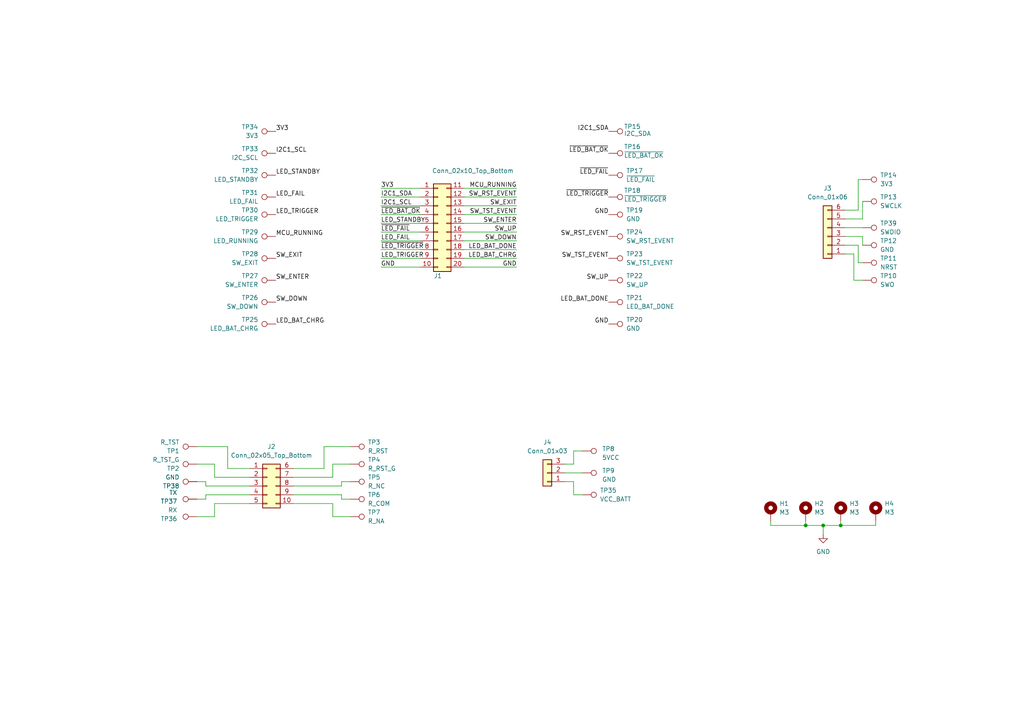
<source format=kicad_sch>
(kicad_sch (version 20230121) (generator eeschema)
  (paper "A4")
  (lib_symbols
    (symbol "Connector:TestPoint" (pin_numbers hide) (pin_names (offset 0.762) hide)
      (property "Reference" "TP" (at 0 6.858 0))
      (property "Value" "TestPoint" (at 0 5.08 0))
      (symbol "TestPoint_0_1"
        (circle (center 0 3.302) (radius 0.762))
      )
      (symbol "TestPoint_1_1"
        (pin passive line (at 0 0 90) (length 2.54) (name "1") (number "1"))
      )
    )
    (symbol "Connector_Generic:Conn_01x03" (pin_names (offset 1.016) hide)
      (property "Reference" "J" (at 0 5.08 0))
      (property "Value" "Conn_01x03" (at 0 -5.08 0))
      (symbol "Conn_01x03_1_1"
        (rectangle (start -1.27 -2.413) (end 0 -2.667) (stroke (width 0.1524)))
        (rectangle (start -1.27 0.127) (end 0 -0.127) (stroke (width 0.1524)))
        (rectangle (start -1.27 2.667) (end 0 2.413) (stroke (width 0.1524)))
        (rectangle (start -1.27 3.81) (end 1.27 -3.81) (stroke (width 0.254)) (fill (type background)))
        (pin passive line (at -5.08 2.54 0) (length 3.81) (name "Pin_1") (number "1"))
        (pin passive line (at -5.08 0 0) (length 3.81) (name "Pin_2") (number "2"))
        (pin passive line (at -5.08 -2.54 0) (length 3.81) (name "Pin_3") (number "3"))
      )
    )
    (symbol "Connector_Generic:Conn_01x06" (pin_names (offset 1.016) hide)
      (property "Reference" "J" (at 0 7.62 0))
      (property "Value" "Conn_01x06" (at 0 -10.16 0))
      (symbol "Conn_01x06_1_1"
        (rectangle (start -1.27 -7.493) (end 0 -7.747) (stroke (width 0.1524)))
        (rectangle (start -1.27 -4.953) (end 0 -5.207) (stroke (width 0.1524)))
        (rectangle (start -1.27 -2.413) (end 0 -2.667) (stroke (width 0.1524)))
        (rectangle (start -1.27 0.127) (end 0 -0.127) (stroke (width 0.1524)))
        (rectangle (start -1.27 2.667) (end 0 2.413) (stroke (width 0.1524)))
        (rectangle (start -1.27 5.207) (end 0 4.953) (stroke (width 0.1524)))
        (rectangle (start -1.27 6.35) (end 1.27 -8.89) (stroke (width 0.254)) (fill (type background)))
        (pin passive line (at -5.08 5.08 0) (length 3.81) (name "Pin_1") (number "1"))
        (pin passive line (at -5.08 2.54 0) (length 3.81) (name "Pin_2") (number "2"))
        (pin passive line (at -5.08 0 0) (length 3.81) (name "Pin_3") (number "3"))
        (pin passive line (at -5.08 -2.54 0) (length 3.81) (name "Pin_4") (number "4"))
        (pin passive line (at -5.08 -5.08 0) (length 3.81) (name "Pin_5") (number "5"))
        (pin passive line (at -5.08 -7.62 0) (length 3.81) (name "Pin_6") (number "6"))
      )
    )
    (symbol "Connector_Generic:Conn_02x05_Top_Bottom" (pin_names (offset 1.016) hide)
      (property "Reference" "J" (at 1.27 7.62 0))
      (property "Value" "Conn_02x05_Top_Bottom" (at 1.27 -7.62 0))
      (symbol "Conn_02x05_Top_Bottom_1_1"
        (rectangle (start -1.27 -4.953) (end 0 -5.207) (stroke (width 0.1524)))
        (rectangle (start -1.27 -2.413) (end 0 -2.667) (stroke (width 0.1524)))
        (rectangle (start -1.27 0.127) (end 0 -0.127) (stroke (width 0.1524)))
        (rectangle (start -1.27 2.667) (end 0 2.413) (stroke (width 0.1524)))
        (rectangle (start -1.27 5.207) (end 0 4.953) (stroke (width 0.1524)))
        (rectangle (start -1.27 6.35) (end 3.81 -6.35) (stroke (width 0.254)) (fill (type background)))
        (rectangle (start 3.81 -4.953) (end 2.54 -5.207) (stroke (width 0.1524)))
        (rectangle (start 3.81 -2.413) (end 2.54 -2.667) (stroke (width 0.1524)))
        (rectangle (start 3.81 0.127) (end 2.54 -0.127) (stroke (width 0.1524)))
        (rectangle (start 3.81 2.667) (end 2.54 2.413) (stroke (width 0.1524)))
        (rectangle (start 3.81 5.207) (end 2.54 4.953) (stroke (width 0.1524)))
        (pin passive line (at -5.08 5.08 0) (length 3.81) (name "Pin_1") (number "1"))
        (pin passive line (at 7.62 -5.08 180) (length 3.81) (name "Pin_10") (number "10"))
        (pin passive line (at -5.08 2.54 0) (length 3.81) (name "Pin_2") (number "2"))
        (pin passive line (at -5.08 0 0) (length 3.81) (name "Pin_3") (number "3"))
        (pin passive line (at -5.08 -2.54 0) (length 3.81) (name "Pin_4") (number "4"))
        (pin passive line (at -5.08 -5.08 0) (length 3.81) (name "Pin_5") (number "5"))
        (pin passive line (at 7.62 5.08 180) (length 3.81) (name "Pin_6") (number "6"))
        (pin passive line (at 7.62 2.54 180) (length 3.81) (name "Pin_7") (number "7"))
        (pin passive line (at 7.62 0 180) (length 3.81) (name "Pin_8") (number "8"))
        (pin passive line (at 7.62 -2.54 180) (length 3.81) (name "Pin_9") (number "9"))
      )
    )
    (symbol "Connector_Generic:Conn_02x10_Top_Bottom" (pin_names (offset 1.016) hide)
      (property "Reference" "J" (at 1.27 12.7 0))
      (property "Value" "Conn_02x10_Top_Bottom" (at 1.27 -15.24 0))
      (symbol "Conn_02x10_Top_Bottom_1_1"
        (rectangle (start -1.27 -12.573) (end 0 -12.827) (stroke (width 0.1524)))
        (rectangle (start -1.27 -10.033) (end 0 -10.287) (stroke (width 0.1524)))
        (rectangle (start -1.27 -7.493) (end 0 -7.747) (stroke (width 0.1524)))
        (rectangle (start -1.27 -4.953) (end 0 -5.207) (stroke (width 0.1524)))
        (rectangle (start -1.27 -2.413) (end 0 -2.667) (stroke (width 0.1524)))
        (rectangle (start -1.27 0.127) (end 0 -0.127) (stroke (width 0.1524)))
        (rectangle (start -1.27 2.667) (end 0 2.413) (stroke (width 0.1524)))
        (rectangle (start -1.27 5.207) (end 0 4.953) (stroke (width 0.1524)))
        (rectangle (start -1.27 7.747) (end 0 7.493) (stroke (width 0.1524)))
        (rectangle (start -1.27 10.287) (end 0 10.033) (stroke (width 0.1524)))
        (rectangle (start -1.27 11.43) (end 3.81 -13.97) (stroke (width 0.254)) (fill (type background)))
        (rectangle (start 3.81 -12.573) (end 2.54 -12.827) (stroke (width 0.1524)))
        (rectangle (start 3.81 -10.033) (end 2.54 -10.287) (stroke (width 0.1524)))
        (rectangle (start 3.81 -7.493) (end 2.54 -7.747) (stroke (width 0.1524)))
        (rectangle (start 3.81 -4.953) (end 2.54 -5.207) (stroke (width 0.1524)))
        (rectangle (start 3.81 -2.413) (end 2.54 -2.667) (stroke (width 0.1524)))
        (rectangle (start 3.81 0.127) (end 2.54 -0.127) (stroke (width 0.1524)))
        (rectangle (start 3.81 2.667) (end 2.54 2.413) (stroke (width 0.1524)))
        (rectangle (start 3.81 5.207) (end 2.54 4.953) (stroke (width 0.1524)))
        (rectangle (start 3.81 7.747) (end 2.54 7.493) (stroke (width 0.1524)))
        (rectangle (start 3.81 10.287) (end 2.54 10.033) (stroke (width 0.1524)))
        (pin passive line (at -5.08 10.16 0) (length 3.81) (name "Pin_1") (number "1"))
        (pin passive line (at -5.08 -12.7 0) (length 3.81) (name "Pin_10") (number "10"))
        (pin passive line (at 7.62 10.16 180) (length 3.81) (name "Pin_11") (number "11"))
        (pin passive line (at 7.62 7.62 180) (length 3.81) (name "Pin_12") (number "12"))
        (pin passive line (at 7.62 5.08 180) (length 3.81) (name "Pin_13") (number "13"))
        (pin passive line (at 7.62 2.54 180) (length 3.81) (name "Pin_14") (number "14"))
        (pin passive line (at 7.62 0 180) (length 3.81) (name "Pin_15") (number "15"))
        (pin passive line (at 7.62 -2.54 180) (length 3.81) (name "Pin_16") (number "16"))
        (pin passive line (at 7.62 -5.08 180) (length 3.81) (name "Pin_17") (number "17"))
        (pin passive line (at 7.62 -7.62 180) (length 3.81) (name "Pin_18") (number "18"))
        (pin passive line (at 7.62 -10.16 180) (length 3.81) (name "Pin_19") (number "19"))
        (pin passive line (at -5.08 7.62 0) (length 3.81) (name "Pin_2") (number "2"))
        (pin passive line (at 7.62 -12.7 180) (length 3.81) (name "Pin_20") (number "20"))
        (pin passive line (at -5.08 5.08 0) (length 3.81) (name "Pin_3") (number "3"))
        (pin passive line (at -5.08 2.54 0) (length 3.81) (name "Pin_4") (number "4"))
        (pin passive line (at -5.08 0 0) (length 3.81) (name "Pin_5") (number "5"))
        (pin passive line (at -5.08 -2.54 0) (length 3.81) (name "Pin_6") (number "6"))
        (pin passive line (at -5.08 -5.08 0) (length 3.81) (name "Pin_7") (number "7"))
        (pin passive line (at -5.08 -7.62 0) (length 3.81) (name "Pin_8") (number "8"))
        (pin passive line (at -5.08 -10.16 0) (length 3.81) (name "Pin_9") (number "9"))
      )
    )
    (symbol "Mechanical:MountingHole_Pad" (pin_numbers hide) (pin_names (offset 1.016) hide)
      (property "Reference" "H" (at 0 6.35 0))
      (property "Value" "MountingHole_Pad" (at 0 4.445 0))
      (symbol "MountingHole_Pad_0_1"
        (circle (center 0 1.27) (radius 1.27) (stroke (width 1.27)))
      )
      (symbol "MountingHole_Pad_1_1"
        (pin input line (at 0 -2.54 90) (length 2.54) (name "1") (number "1"))
      )
    )
    (symbol "power:GND" (power) (pin_names (offset 0))
      (property "Value" "GND" (at 0 -3.81 0))
      (symbol "GND_0_1"
        (polyline (pts (xy 0 0) (xy 0 -1.27) (xy 1.27 -1.27) (xy 0 -2.54) (xy -1.27 -1.27) (xy 0 -1.27)))
      )
      (symbol "GND_1_1"
        (pin power_in line (at 0 0 270) (length 0) hide (name "GND") (number "1"))
      )
    )
  )
  (junction (at 238.76 152.4))
  (junction (at 233.68 152.4))
  (junction (at 243.84 152.4))
  (wire (pts (xy 149.86 57.15) (xy 134.62 57.15)))
  (wire (pts (xy 248.92 60.96) (xy 245.11 60.96)))
  (wire (pts (xy 57.15 144.78) (xy 59.69 144.78)))
  (wire (pts (xy 96.52 146.05) (xy 96.52 149.86)))
  (wire (pts (xy 93.98 135.89) (xy 93.98 129.54)))
  (wire (pts (xy 110.49 57.15) (xy 121.92 57.15)))
  (wire (pts (xy 110.49 54.61) (xy 121.92 54.61)))
  (wire (pts (xy 223.52 151.13) (xy 223.52 152.4)))
  (wire (pts (xy 166.37 143.51) (xy 168.91 143.51)))
  (wire (pts (xy 245.11 66.04) (xy 250.19 66.04)))
  (wire (pts (xy 166.37 134.62) (xy 166.37 130.81)))
  (wire (pts (xy 134.62 74.93) (xy 149.86 74.93)))
  (wire (pts (xy 59.69 144.78) (xy 59.69 143.51)))
  (wire (pts (xy 223.52 152.4) (xy 233.68 152.4)))
  (wire (pts (xy 96.52 149.86) (xy 101.6 149.86)))
  (wire (pts (xy 99.06 144.78) (xy 101.6 144.78)))
  (wire (pts (xy 247.65 73.66) (xy 247.65 81.28)))
  (wire (pts (xy 149.86 77.47) (xy 134.62 77.47)))
  (wire (pts (xy 149.86 62.23) (xy 134.62 62.23)))
  (wire (pts (xy 85.09 135.89) (xy 93.98 135.89)))
  (wire (pts (xy 85.09 146.05) (xy 96.52 146.05)))
  (wire (pts (xy 233.68 152.4) (xy 238.76 152.4)))
  (wire (pts (xy 243.84 151.13) (xy 243.84 152.4)))
  (wire (pts (xy 121.92 72.39) (xy 110.49 72.39)))
  (wire (pts (xy 99.06 140.97) (xy 99.06 139.7)))
  (wire (pts (xy 110.49 77.47) (xy 121.92 77.47)))
  (wire (pts (xy 110.49 69.85) (xy 121.92 69.85)))
  (wire (pts (xy 99.06 143.51) (xy 99.06 144.78)))
  (wire (pts (xy 250.19 63.5) (xy 245.11 63.5)))
  (wire (pts (xy 248.92 71.12) (xy 248.92 76.2)))
  (wire (pts (xy 62.23 146.05) (xy 72.39 146.05)))
  (wire (pts (xy 245.11 71.12) (xy 248.92 71.12)))
  (wire (pts (xy 250.19 52.07) (xy 248.92 52.07)))
  (wire (pts (xy 85.09 140.97) (xy 99.06 140.97)))
  (wire (pts (xy 96.52 138.43) (xy 96.52 134.62)))
  (wire (pts (xy 166.37 139.7) (xy 166.37 143.51)))
  (wire (pts (xy 149.86 67.31) (xy 134.62 67.31)))
  (wire (pts (xy 110.49 64.77) (xy 121.92 64.77)))
  (wire (pts (xy 245.11 73.66) (xy 247.65 73.66)))
  (wire (pts (xy 62.23 138.43) (xy 72.39 138.43)))
  (wire (pts (xy 59.69 143.51) (xy 72.39 143.51)))
  (wire (pts (xy 99.06 139.7) (xy 101.6 139.7)))
  (wire (pts (xy 163.83 137.16) (xy 168.91 137.16)))
  (wire (pts (xy 96.52 134.62) (xy 101.6 134.62)))
  (wire (pts (xy 85.09 143.51) (xy 99.06 143.51)))
  (wire (pts (xy 238.76 152.4) (xy 243.84 152.4)))
  (wire (pts (xy 163.83 139.7) (xy 166.37 139.7)))
  (wire (pts (xy 93.98 129.54) (xy 101.6 129.54)))
  (wire (pts (xy 245.11 68.58) (xy 250.19 68.58)))
  (wire (pts (xy 134.62 69.85) (xy 149.86 69.85)))
  (wire (pts (xy 233.68 151.13) (xy 233.68 152.4)))
  (wire (pts (xy 59.69 140.97) (xy 59.69 139.7)))
  (wire (pts (xy 149.86 72.39) (xy 134.62 72.39)))
  (wire (pts (xy 110.49 59.69) (xy 121.92 59.69)))
  (wire (pts (xy 72.39 140.97) (xy 59.69 140.97)))
  (wire (pts (xy 110.49 62.23) (xy 121.92 62.23)))
  (wire (pts (xy 250.19 68.58) (xy 250.19 71.12)))
  (wire (pts (xy 85.09 138.43) (xy 96.52 138.43)))
  (wire (pts (xy 57.15 134.62) (xy 62.23 134.62)))
  (wire (pts (xy 134.62 59.69) (xy 149.86 59.69)))
  (wire (pts (xy 248.92 76.2) (xy 250.19 76.2)))
  (wire (pts (xy 248.92 52.07) (xy 248.92 60.96)))
  (wire (pts (xy 243.84 152.4) (xy 254 152.4)))
  (wire (pts (xy 59.69 139.7) (xy 57.15 139.7)))
  (wire (pts (xy 110.49 74.93) (xy 121.92 74.93)))
  (wire (pts (xy 166.37 130.81) (xy 168.91 130.81)))
  (wire (pts (xy 66.04 135.89) (xy 72.39 135.89)))
  (wire (pts (xy 66.04 129.54) (xy 66.04 135.89)))
  (wire (pts (xy 250.19 58.42) (xy 250.19 63.5)))
  (wire (pts (xy 163.83 134.62) (xy 166.37 134.62)))
  (wire (pts (xy 247.65 81.28) (xy 250.19 81.28)))
  (wire (pts (xy 62.23 149.86) (xy 62.23 146.05)))
  (wire (pts (xy 149.86 54.61) (xy 134.62 54.61)))
  (wire (pts (xy 62.23 134.62) (xy 62.23 138.43)))
  (wire (pts (xy 134.62 64.77) (xy 149.86 64.77)))
  (wire (pts (xy 57.15 149.86) (xy 62.23 149.86)))
  (wire (pts (xy 254 151.13) (xy 254 152.4)))
  (wire (pts (xy 57.15 129.54) (xy 66.04 129.54)))
  (wire (pts (xy 238.76 152.4) (xy 238.76 154.94)))
  (wire (pts (xy 121.92 67.31) (xy 110.49 67.31)))
  (label "I2C1_SDA" (at 176.53 38.1 180))
  (label "SW_DOWN" (at 149.86 69.85 180))
  (label "GND" (at 110.49 77.47 0))
  (label "GND" (at 149.86 77.47 180))
  (label "I2C1_SCL" (at 80.01 44.45 0))
  (label "MCU_RUNNING" (at 80.01 68.58 0))
  (label "SW_UP" (at 149.86 67.31 180))
  (label "SW_TST_EVENT" (at 149.86 62.23 180))
  (label "SW_DOWN" (at 80.01 87.63 0))
  (label "LED_FAIL" (at 110.49 69.85 0))
  (label "I2C1_SCL" (at 110.49 59.69 0))
  (label "3V3" (at 110.49 54.61 0))
  (label "LED_TRIGGER" (at 110.49 74.93 0))
  (label "LED_STANDBY" (at 80.01 50.8 0))
  (label "~{LED_FAIL}" (at 176.53 50.8 180))
  (label "MCU_RUNNING" (at 149.86 54.61 180))
  (label "LED_BAT_CHRG" (at 149.86 74.93 180))
  (label "SW_EXIT" (at 149.86 59.69 180))
  (label "LED_BAT_DONE" (at 176.53 87.63 180))
  (label "LED_BAT_CHRG" (at 80.01 93.98 0))
  (label "SW_ENTER" (at 80.01 81.28 0))
  (label "SW_ENTER" (at 149.86 64.77 180))
  (label "LED_FAIL" (at 80.01 57.15 0))
  (label "SW_EXIT" (at 80.01 74.93 0))
  (label "3V3" (at 80.01 38.1 0))
  (label "SW_UP" (at 176.53 81.28 180))
  (label "SW_TST_EVENT" (at 176.53 74.93 180))
  (label "SW_RST_EVENT" (at 176.53 68.58 180))
  (label "I2C1_SDA" (at 110.49 57.15 0))
  (label "~{LED_BAT_OK}" (at 176.53 44.45 180))
  (label "SW_RST_EVENT" (at 149.86 57.15 180))
  (label "~{LED_FAIL}" (at 110.49 67.31 0))
  (label "~{LED_BAT_OK}" (at 110.49 62.23 0))
  (label "LED_STANDBY" (at 110.49 64.77 0))
  (label "~{LED_TRIGGER}" (at 176.53 57.15 180))
  (label "~{LED_TRIGGER}" (at 110.49 72.39 0))
  (label "LED_TRIGGER" (at 80.01 62.23 0))
  (label "GND" (at 176.53 93.98 180))
  (label "LED_BAT_DONE" (at 149.86 72.39 180))
  (label "GND" (at 176.53 62.23 180))
  (symbol (lib_id "Connector:TestPoint") (at 80.01 57.15 90) (unit 1)
    (property "Reference" "TP31" (at 74.93 55.88 90) (effects (justify left)))
    (property "Value" "LED_FAIL" (at 74.93 58.42 90) (effects (justify left)))
  )
  (symbol (lib_id "Connector:TestPoint") (at 80.01 74.93 90) (unit 1)
    (property "Reference" "TP28" (at 74.93 73.66 90) (effects (justify left)))
    (property "Value" "SW_EXIT" (at 74.93 76.2 90) (effects (justify left)))
  )
  (symbol (lib_id "Connector:TestPoint") (at 176.53 93.98 270) (unit 1)
    (property "Reference" "TP20" (at 181.61 92.71 90) (effects (justify left)))
    (property "Value" "GND" (at 181.61 95.25 90) (effects (justify left)))
  )
  (symbol (lib_id "Connector:TestPoint") (at 101.6 139.7 270) (unit 1)
    (property "Reference" "TP5" (at 106.68 138.43 90) (effects (justify left)))
    (property "Value" "R_NC" (at 106.68 140.97 90) (effects (justify left)))
  )
  (symbol (lib_id "Connector:TestPoint") (at 250.19 81.28 270) (unit 1)
    (property "Reference" "TP10" (at 255.27 80.01 90) (effects (justify left)))
    (property "Value" "SWO" (at 255.27 82.55 90) (effects (justify left)))
  )
  (symbol (lib_id "Mechanical:MountingHole_Pad") (at 233.68 148.59 0) (unit 1)
    (property "Reference" "H2" (at 236.22 146.05 0) (effects (justify left)))
    (property "Value" "M3" (at 236.22 148.59 0) (effects (justify left)))
    (property "Footprint" "MountingHole:MountingHole_3.2mm_M3_Pad_Via" (effects hide))
  )
  (symbol (lib_id "Connector:TestPoint") (at 168.91 143.51 270) (unit 1)
    (property "Reference" "TP35" (at 173.99 142.24 90) (effects (justify left)))
    (property "Value" "VCC_BATT" (at 173.99 144.78 90) (effects (justify left)))
  )
  (symbol (lib_id "Connector:TestPoint") (at 176.53 87.63 270) (unit 1)
    (property "Reference" "TP21" (at 181.61 86.36 90) (effects (justify left)))
    (property "Value" "LED_BAT_DONE" (at 181.61 88.9 90) (effects (justify left)))
  )
  (symbol (lib_id "Connector:TestPoint") (at 176.53 74.93 270) (unit 1)
    (property "Reference" "TP23" (at 181.61 73.66 90) (effects (justify left)))
    (property "Value" "SW_TST_EVENT" (at 181.61 76.2 90) (effects (justify left)))
  )
  (symbol (lib_id "Connector:TestPoint") (at 80.01 93.98 90) (unit 1)
    (property "Reference" "TP25" (at 74.93 92.71 90) (effects (justify left)))
    (property "Value" "LED_BAT_CHRG" (at 74.93 95.25 90) (effects (justify left)))
  )
  (symbol (lib_id "Connector:TestPoint") (at 176.53 81.28 270) (unit 1)
    (property "Reference" "TP22" (at 181.61 80.01 90) (effects (justify left)))
    (property "Value" "SW_UP" (at 181.61 82.55 90) (effects (justify left)))
  )
  (symbol (lib_id "Connector:TestPoint") (at 80.01 87.63 90) (unit 1)
    (property "Reference" "TP26" (at 74.93 86.36 90) (effects (justify left)))
    (property "Value" "SW_DOWN" (at 74.93 88.9 90) (effects (justify left)))
  )
  (symbol (lib_id "Connector:TestPoint") (at 80.01 44.45 90) (unit 1)
    (property "Reference" "TP33" (at 74.93 43.18 90) (effects (justify left)))
    (property "Value" "I2C_SCL" (at 74.93 45.72 90) (effects (justify left)))
  )
  (symbol (lib_id "Mechanical:MountingHole_Pad") (at 243.84 148.59 0) (unit 1)
    (property "Reference" "H3" (at 246.38 146.05 0) (effects (justify left)))
    (property "Value" "M3" (at 246.38 148.59 0) (effects (justify left)))
    (property "Footprint" "MountingHole:MountingHole_3.2mm_M3_Pad_Via" (effects hide))
  )
  (symbol (lib_id "Connector:TestPoint") (at 176.53 38.1 270) (unit 1)
    (property "Reference" "TP15" (at 180.975 36.703 90) (effects (justify left)))
    (property "Value" "I2C_SDA" (at 180.975 38.735 90) (effects (justify left)))
  )
  (symbol (lib_id "Connector:TestPoint") (at 176.53 62.23 270) (unit 1)
    (property "Reference" "TP19" (at 181.61 60.96 90) (effects (justify left)))
    (property "Value" "GND" (at 181.61 63.5 90) (effects (justify left)))
  )
  (symbol (lib_id "Connector:TestPoint") (at 176.53 68.58 270) (unit 1)
    (property "Reference" "TP24" (at 181.61 67.31 90) (effects (justify left)))
    (property "Value" "SW_RST_EVENT" (at 181.61 69.85 90) (effects (justify left)))
  )
  (symbol (lib_id "power:GND") (at 238.76 154.94 0) (unit 1)
    (property "Reference" "#PWR01" (effects hide))
    (property "Value" "GND" (at 238.76 160.02 0))
  )
  (symbol (lib_id "Connector:TestPoint") (at 80.01 50.8 90) (unit 1)
    (property "Reference" "TP32" (at 74.93 49.53 90) (effects (justify left)))
    (property "Value" "LED_STANDBY" (at 74.93 52.07 90) (effects (justify left)))
  )
  (symbol (lib_id "Connector:TestPoint") (at 168.91 137.16 270) (unit 1)
    (property "Reference" "TP9" (at 174.625 136.525 90) (effects (justify left)))
    (property "Value" "GND" (at 174.625 139.065 90) (effects (justify left)))
  )
  (symbol (lib_id "Connector:TestPoint") (at 57.15 144.78 90) (unit 1)
    (property "Reference" "TP37" (at 51.435 145.415 90) (effects (justify left)))
    (property "Value" "TX" (at 51.435 142.875 90) (effects (justify left)))
  )
  (symbol (lib_id "Connector:TestPoint") (at 80.01 38.1 90) (unit 1)
    (property "Reference" "TP34" (at 74.93 36.83 90) (effects (justify left)))
    (property "Value" "3V3" (at 74.93 39.37 90) (effects (justify left)))
  )
  (symbol (lib_id "Connector_Generic:Conn_02x05_Top_Bottom") (at 77.47 140.97 0) (unit 1)
    (property "Reference" "J2" (at 78.74 129.54 0))
    (property "Value" "Conn_02x05_Top_Bottom" (at 78.74 132.08 0))
  )
  (symbol (lib_id "Connector:TestPoint") (at 80.01 68.58 90) (unit 1)
    (property "Reference" "TP29" (at 74.93 67.31 90) (effects (justify left)))
    (property "Value" "LED_RUNNING" (at 74.93 69.85 90) (effects (justify left)))
  )
  (symbol (lib_id "Connector_Generic:Conn_01x03") (at 158.75 137.16 180) (unit 1)
    (property "Reference" "J4" (at 158.75 128.27 0))
    (property "Value" "Conn_01x03" (at 158.75 130.81 0))
  )
  (symbol (lib_id "Connector_Generic:Conn_01x06") (at 240.03 68.58 180) (unit 1)
    (property "Reference" "J3" (at 240.03 54.61 0))
    (property "Value" "Conn_01x06" (at 240.03 57.15 0))
  )
  (symbol (lib_id "Connector:TestPoint") (at 176.53 50.8 270) (unit 1)
    (property "Reference" "TP17" (at 181.61 49.53 90) (effects (justify left)))
    (property "Value" "~{LED_FAIL}" (at 181.61 52.07 90) (effects (justify left)))
  )
  (symbol (lib_id "Connector:TestPoint") (at 250.19 58.42 270) (unit 1)
    (property "Reference" "TP13" (at 255.27 57.15 90) (effects (justify left)))
    (property "Value" "SWCLK" (at 255.27 59.69 90) (effects (justify left)))
  )
  (symbol (lib_id "Connector:TestPoint") (at 57.15 129.54 90) (unit 1)
    (property "Reference" "TP1" (at 52.07 130.81 90) (effects (justify left)))
    (property "Value" "R_TST" (at 52.07 128.27 90) (effects (justify left)))
  )
  (symbol (lib_id "Mechanical:MountingHole_Pad") (at 223.52 148.59 0) (unit 1)
    (property "Reference" "H1" (at 226.06 146.05 0) (effects (justify left)))
    (property "Value" "M3" (at 226.06 148.59 0) (effects (justify left)))
    (property "Footprint" "MountingHole:MountingHole_3.2mm_M3_Pad_Via" (effects hide))
  )
  (symbol (lib_id "Mechanical:MountingHole_Pad") (at 254 148.59 0) (unit 1)
    (property "Reference" "H4" (at 256.54 146.05 0) (effects (justify left)))
    (property "Value" "M3" (at 256.54 148.59 0) (effects (justify left)))
    (property "Footprint" "MountingHole:MountingHole_3.2mm_M3_Pad_Via" (effects hide))
  )
  (symbol (lib_id "Connector:TestPoint") (at 176.53 57.15 270) (unit 1)
    (property "Reference" "TP18" (at 180.975 55.245 90) (effects (justify left)))
    (property "Value" "~{LED_TRIGGER}" (at 180.975 57.785 90) (effects (justify left)))
  )
  (symbol (lib_id "Connector:TestPoint") (at 101.6 144.78 270) (unit 1)
    (property "Reference" "TP6" (at 106.68 143.51 90) (effects (justify left)))
    (property "Value" "R_COM" (at 106.68 146.05 90) (effects (justify left)))
  )
  (symbol (lib_id "Connector:TestPoint") (at 250.19 71.12 270) (unit 1)
    (property "Reference" "TP12" (at 255.27 69.85 90) (effects (justify left)))
    (property "Value" "GND" (at 255.27 72.39 90) (effects (justify left)))
  )
  (symbol (lib_id "Connector:TestPoint") (at 250.19 52.07 270) (unit 1)
    (property "Reference" "TP14" (at 255.27 50.8 90) (effects (justify left)))
    (property "Value" "3V3" (at 255.27 53.34 90) (effects (justify left)))
    (property "Footprint" "Connector_Pin:Pin_D1.0mm_L10.0mm" (effects hide))
  )
  (symbol (lib_id "Connector_Generic:Conn_02x10_Top_Bottom") (at 127 64.77 0) (unit 1)
    (property "Reference" "J1" (at 127 80.01 0))
    (property "Value" "Conn_02x10_Top_Bottom" (at 137.16 49.53 0))
    (property "Footprint" "Connector_IDC:IDC-Header_2x10_P2.54mm_Vertical" (effects hide))
  )
  (symbol (lib_id "Connector:TestPoint") (at 101.6 129.54 270) (unit 1)
    (property "Reference" "TP3" (at 106.68 128.27 90) (effects (justify left)))
    (property "Value" "R_RST" (at 106.68 130.81 90) (effects (justify left)))
  )
  (symbol (lib_id "Connector:TestPoint") (at 57.15 134.62 90) (unit 1)
    (property "Reference" "TP2" (at 52.07 135.89 90) (effects (justify left)))
    (property "Value" "R_TST_G" (at 52.07 133.35 90) (effects (justify left)))
  )
  (symbol (lib_id "Connector:TestPoint") (at 250.19 66.04 270) (unit 1)
    (property "Reference" "TP39" (at 255.27 64.77 90) (effects (justify left)))
    (property "Value" "SWDIO" (at 255.27 67.31 90) (effects (justify left)))
  )
  (symbol (lib_id "Connector:TestPoint") (at 57.15 149.86 90) (unit 1)
    (property "Reference" "TP36" (at 51.435 150.495 90) (effects (justify left)))
    (property "Value" "RX" (at 51.435 147.955 90) (effects (justify left)))
  )
  (symbol (lib_id "Connector:TestPoint") (at 250.19 76.2 270) (unit 1)
    (property "Reference" "TP11" (at 255.27 74.93 90) (effects (justify left)))
    (property "Value" "NRST" (at 255.27 77.47 90) (effects (justify left)))
  )
  (symbol (lib_id "Connector:TestPoint") (at 176.53 44.45 270) (unit 1)
    (property "Reference" "TP16" (at 180.975 42.545 90) (effects (justify left)))
    (property "Value" "~{LED_BAT_OK}" (at 180.975 45.085 90) (effects (justify left)))
  )
  (symbol (lib_id "Connector:TestPoint") (at 101.6 149.86 270) (unit 1)
    (property "Reference" "TP7" (at 106.68 148.59 90) (effects (justify left)))
    (property "Value" "R_NA" (at 106.68 151.13 90) (effects (justify left)))
  )
  (symbol (lib_id "Connector:TestPoint") (at 57.15 139.7 90) (unit 1)
    (property "Reference" "TP38" (at 52.07 140.97 90) (effects (justify left)))
    (property "Value" "GND" (at 52.07 138.43 90) (effects (justify left)))
  )
  (symbol (lib_id "Connector:TestPoint") (at 168.91 130.81 270) (unit 1)
    (property "Reference" "TP8" (at 174.625 130.175 90) (effects (justify left)))
    (property "Value" "5VCC" (at 174.625 132.715 90) (effects (justify left)))
  )
  (symbol (lib_id "Connector:TestPoint") (at 101.6 134.62 270) (unit 1)
    (property "Reference" "TP4" (at 106.68 133.35 90) (effects (justify left)))
    (property "Value" "R_RST_G" (at 106.68 135.89 90) (effects (justify left)))
  )
  (symbol (lib_id "Connector:TestPoint") (at 80.01 62.23 90) (unit 1)
    (property "Reference" "TP30" (at 74.93 60.96 90) (effects (justify left)))
    (property "Value" "LED_TRIGGER" (at 74.93 63.5 90) (effects (justify left)))
  )
  (symbol (lib_id "Connector:TestPoint") (at 80.01 81.28 90) (unit 1)
    (property "Reference" "TP27" (at 74.93 80.01 90) (effects (justify left)))
    (property "Value" "SW_ENTER" (at 74.93 82.55 90) (effects (justify left)))
  )
)
</source>
